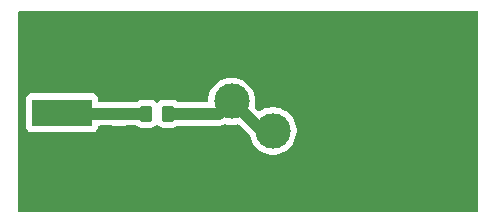
<source format=gbr>
%TF.GenerationSoftware,KiCad,Pcbnew,9.0.5*%
%TF.CreationDate,2025-10-20T01:08:57+02:00*%
%TF.ProjectId,T_umik-do-sondy-w-cz,5442756d-696b-42d6-946f-2d736f6e6479,rev?*%
%TF.SameCoordinates,Original*%
%TF.FileFunction,Copper,L1,Top*%
%TF.FilePolarity,Positive*%
%FSLAX46Y46*%
G04 Gerber Fmt 4.6, Leading zero omitted, Abs format (unit mm)*
G04 Created by KiCad (PCBNEW 9.0.5) date 2025-10-20 01:08:57*
%MOMM*%
%LPD*%
G01*
G04 APERTURE LIST*
G04 Aperture macros list*
%AMRoundRect*
0 Rectangle with rounded corners*
0 $1 Rounding radius*
0 $2 $3 $4 $5 $6 $7 $8 $9 X,Y pos of 4 corners*
0 Add a 4 corners polygon primitive as box body*
4,1,4,$2,$3,$4,$5,$6,$7,$8,$9,$2,$3,0*
0 Add four circle primitives for the rounded corners*
1,1,$1+$1,$2,$3*
1,1,$1+$1,$4,$5*
1,1,$1+$1,$6,$7*
1,1,$1+$1,$8,$9*
0 Add four rect primitives between the rounded corners*
20,1,$1+$1,$2,$3,$4,$5,0*
20,1,$1+$1,$4,$5,$6,$7,0*
20,1,$1+$1,$6,$7,$8,$9,0*
20,1,$1+$1,$8,$9,$2,$3,0*%
G04 Aperture macros list end*
%TA.AperFunction,SMDPad,CuDef*%
%ADD10RoundRect,0.250000X-0.450000X0.262500X-0.450000X-0.262500X0.450000X-0.262500X0.450000X0.262500X0*%
%TD*%
%TA.AperFunction,ComponentPad*%
%ADD11C,3.000000*%
%TD*%
%TA.AperFunction,SMDPad,CuDef*%
%ADD12R,5.080000X2.290000*%
%TD*%
%TA.AperFunction,SMDPad,CuDef*%
%ADD13R,5.080000X2.420000*%
%TD*%
%TA.AperFunction,SMDPad,CuDef*%
%ADD14R,0.950000X0.460000*%
%TD*%
%TA.AperFunction,ComponentPad*%
%ADD15C,1.000000*%
%TD*%
%TA.AperFunction,SMDPad,CuDef*%
%ADD16RoundRect,0.250000X-0.262500X-0.450000X0.262500X-0.450000X0.262500X0.450000X-0.262500X0.450000X0*%
%TD*%
%TA.AperFunction,ViaPad*%
%ADD17C,1.000000*%
%TD*%
%TA.AperFunction,Conductor*%
%ADD18C,1.000000*%
%TD*%
G04 APERTURE END LIST*
D10*
%TO.P,R3,1*%
%TO.N,Net-(L1-Pad1)*%
X115200000Y-70787500D03*
%TO.P,R3,2*%
%TO.N,GND*%
X115200000Y-72612500D03*
%TD*%
D11*
%TO.P,L2,1*%
%TO.N,GND*%
X128100000Y-73200000D03*
%TO.P,L2,2*%
X133100000Y-68200000D03*
%TD*%
%TO.P,L1,2*%
%TO.N,Net-(L1-Pad1)*%
X118410000Y-69750000D03*
%TO.P,L1,1*%
X121910000Y-72250000D03*
%TD*%
D12*
%TO.P,J1,1,In*%
%TO.N,Net-(J1-In)*%
X104060000Y-70720000D03*
D13*
%TO.P,J1,2,Ext*%
%TO.N,GND*%
X104060000Y-66340000D03*
X104060000Y-75100000D03*
D14*
X107050000Y-66340000D03*
X107050000Y-75100000D03*
D15*
X107500000Y-66340000D03*
X107500000Y-75100000D03*
%TD*%
D16*
%TO.P,R2,1*%
%TO.N,Net-(J1-In)*%
X111187500Y-70800000D03*
%TO.P,R2,2*%
%TO.N,Net-(L1-Pad1)*%
X113012500Y-70800000D03*
%TD*%
D10*
%TO.P,R1,1*%
%TO.N,Net-(J1-In)*%
X108900000Y-70787500D03*
%TO.P,R1,2*%
%TO.N,GND*%
X108900000Y-72612500D03*
%TD*%
D17*
%TO.N,GND*%
X108900000Y-73800000D03*
X115200000Y-74000000D03*
X100890000Y-66360000D03*
X100910000Y-75070000D03*
%TD*%
D18*
%TO.N,Net-(J1-In)*%
X111175000Y-70787500D02*
X111187500Y-70800000D01*
X108900000Y-70787500D02*
X111175000Y-70787500D01*
X104127500Y-70787500D02*
X108900000Y-70787500D01*
X104060000Y-70720000D02*
X104127500Y-70787500D01*
%TO.N,Net-(L1-Pad1)*%
X117360000Y-70800000D02*
X118410000Y-69750000D01*
X113012500Y-70800000D02*
X117360000Y-70800000D01*
X120950000Y-72250000D02*
X121910000Y-72250000D01*
X118450000Y-69750000D02*
X120950000Y-72250000D01*
X118410000Y-69750000D02*
X118450000Y-69750000D01*
%TD*%
%TA.AperFunction,Conductor*%
%TO.N,GND*%
G36*
X139242539Y-62120185D02*
G01*
X139288294Y-62172989D01*
X139299500Y-62224500D01*
X139299500Y-78975500D01*
X139279815Y-79042539D01*
X139227011Y-79088294D01*
X139175500Y-79099500D01*
X100424500Y-79099500D01*
X100357461Y-79079815D01*
X100311706Y-79027011D01*
X100300500Y-78975500D01*
X100300500Y-69527135D01*
X101019500Y-69527135D01*
X101019500Y-71912870D01*
X101019501Y-71912876D01*
X101025908Y-71972483D01*
X101076202Y-72107328D01*
X101076206Y-72107335D01*
X101162452Y-72222544D01*
X101162455Y-72222547D01*
X101277664Y-72308793D01*
X101277671Y-72308797D01*
X101412517Y-72359091D01*
X101412516Y-72359091D01*
X101419444Y-72359835D01*
X101472127Y-72365500D01*
X106647872Y-72365499D01*
X106707483Y-72359091D01*
X106842331Y-72308796D01*
X106957546Y-72222546D01*
X107043796Y-72107331D01*
X107094091Y-71972483D01*
X107100500Y-71912873D01*
X107100500Y-71912000D01*
X107100556Y-71911806D01*
X107100678Y-71909548D01*
X107101211Y-71909576D01*
X107120185Y-71844961D01*
X107172989Y-71799206D01*
X107224500Y-71788000D01*
X108274741Y-71788000D01*
X108290433Y-71789660D01*
X108290469Y-71789311D01*
X108297202Y-71789998D01*
X108297203Y-71789999D01*
X108399991Y-71800500D01*
X109400008Y-71800499D01*
X109400016Y-71800498D01*
X109400019Y-71800498D01*
X109509532Y-71789311D01*
X109509567Y-71789660D01*
X109525258Y-71788000D01*
X110350270Y-71788000D01*
X110417309Y-71807685D01*
X110437951Y-71824319D01*
X110456344Y-71842712D01*
X110605666Y-71934814D01*
X110772203Y-71989999D01*
X110874991Y-72000500D01*
X111500008Y-72000499D01*
X111500016Y-72000498D01*
X111500019Y-72000498D01*
X111556302Y-71994748D01*
X111602797Y-71989999D01*
X111769334Y-71934814D01*
X111918656Y-71842712D01*
X112012319Y-71749049D01*
X112073642Y-71715564D01*
X112143334Y-71720548D01*
X112187681Y-71749049D01*
X112281344Y-71842712D01*
X112430666Y-71934814D01*
X112597203Y-71989999D01*
X112699991Y-72000500D01*
X113325008Y-72000499D01*
X113325016Y-72000498D01*
X113325019Y-72000498D01*
X113381302Y-71994748D01*
X113427797Y-71989999D01*
X113594334Y-71934814D01*
X113743656Y-71842712D01*
X113749549Y-71836819D01*
X113810872Y-71803334D01*
X113837230Y-71800500D01*
X117458543Y-71800500D01*
X117488764Y-71794488D01*
X117581277Y-71776086D01*
X117651836Y-71762051D01*
X117717591Y-71734814D01*
X117824238Y-71690639D01*
X117893705Y-71683172D01*
X117903756Y-71685421D01*
X118018884Y-71716270D01*
X118278880Y-71750500D01*
X118278887Y-71750500D01*
X118541113Y-71750500D01*
X118541120Y-71750500D01*
X118801116Y-71716270D01*
X118889884Y-71692484D01*
X118959733Y-71694147D01*
X119009658Y-71724578D01*
X119926652Y-72641572D01*
X119958746Y-72697159D01*
X120011602Y-72894419D01*
X120111951Y-73136685D01*
X120111958Y-73136700D01*
X120243075Y-73363803D01*
X120402718Y-73571851D01*
X120402726Y-73571860D01*
X120588140Y-73757274D01*
X120588148Y-73757281D01*
X120796196Y-73916924D01*
X121023299Y-74048041D01*
X121023309Y-74048046D01*
X121265571Y-74148394D01*
X121265581Y-74148398D01*
X121518884Y-74216270D01*
X121778880Y-74250500D01*
X121778887Y-74250500D01*
X122041113Y-74250500D01*
X122041120Y-74250500D01*
X122301116Y-74216270D01*
X122554419Y-74148398D01*
X122796697Y-74048043D01*
X123023803Y-73916924D01*
X123231851Y-73757282D01*
X123231855Y-73757277D01*
X123231860Y-73757274D01*
X123417274Y-73571860D01*
X123417277Y-73571855D01*
X123417282Y-73571851D01*
X123576924Y-73363803D01*
X123708043Y-73136697D01*
X123808398Y-72894419D01*
X123876270Y-72641116D01*
X123910500Y-72381120D01*
X123910500Y-72118880D01*
X123876270Y-71858884D01*
X123808398Y-71605581D01*
X123808394Y-71605571D01*
X123708046Y-71363309D01*
X123708041Y-71363299D01*
X123576924Y-71136196D01*
X123417281Y-70928148D01*
X123417274Y-70928140D01*
X123231860Y-70742726D01*
X123231851Y-70742718D01*
X123023803Y-70583075D01*
X122796700Y-70451958D01*
X122796690Y-70451953D01*
X122554428Y-70351605D01*
X122554421Y-70351603D01*
X122554419Y-70351602D01*
X122301116Y-70283730D01*
X122243339Y-70276123D01*
X122041127Y-70249500D01*
X122041120Y-70249500D01*
X121778880Y-70249500D01*
X121778872Y-70249500D01*
X121547772Y-70279926D01*
X121518884Y-70283730D01*
X121265581Y-70351602D01*
X121265571Y-70351605D01*
X121023309Y-70451953D01*
X121023304Y-70451956D01*
X120816339Y-70571446D01*
X120748439Y-70587918D01*
X120682412Y-70565065D01*
X120666659Y-70551739D01*
X120401484Y-70286564D01*
X120367999Y-70225241D01*
X120369391Y-70166788D01*
X120376269Y-70141118D01*
X120376270Y-70141116D01*
X120410500Y-69881120D01*
X120410500Y-69618880D01*
X120376270Y-69358884D01*
X120308398Y-69105581D01*
X120295524Y-69074500D01*
X120208046Y-68863309D01*
X120208041Y-68863299D01*
X120076924Y-68636196D01*
X119917281Y-68428148D01*
X119917274Y-68428140D01*
X119731860Y-68242726D01*
X119731851Y-68242718D01*
X119523803Y-68083075D01*
X119296700Y-67951958D01*
X119296690Y-67951953D01*
X119054428Y-67851605D01*
X119054421Y-67851603D01*
X119054419Y-67851602D01*
X118801116Y-67783730D01*
X118743339Y-67776123D01*
X118541127Y-67749500D01*
X118541120Y-67749500D01*
X118278880Y-67749500D01*
X118278872Y-67749500D01*
X118047772Y-67779926D01*
X118018884Y-67783730D01*
X117765581Y-67851602D01*
X117765571Y-67851605D01*
X117523309Y-67951953D01*
X117523299Y-67951958D01*
X117296196Y-68083075D01*
X117088148Y-68242718D01*
X116902718Y-68428148D01*
X116743075Y-68636196D01*
X116611958Y-68863299D01*
X116611953Y-68863309D01*
X116511605Y-69105571D01*
X116511602Y-69105581D01*
X116481627Y-69217452D01*
X116443730Y-69358885D01*
X116409500Y-69618872D01*
X116409500Y-69675500D01*
X116389815Y-69742539D01*
X116337011Y-69788294D01*
X116285500Y-69799500D01*
X115866562Y-69799500D01*
X115827559Y-69793206D01*
X115802799Y-69785001D01*
X115802795Y-69785000D01*
X115700010Y-69774500D01*
X114699998Y-69774500D01*
X114699980Y-69774501D01*
X114597203Y-69785000D01*
X114578617Y-69791159D01*
X114572441Y-69793206D01*
X114533438Y-69799500D01*
X113837230Y-69799500D01*
X113770191Y-69779815D01*
X113749549Y-69763181D01*
X113743657Y-69757289D01*
X113743656Y-69757288D01*
X113594334Y-69665186D01*
X113427797Y-69610001D01*
X113427795Y-69610000D01*
X113325010Y-69599500D01*
X112699998Y-69599500D01*
X112699980Y-69599501D01*
X112597203Y-69610000D01*
X112597200Y-69610001D01*
X112430668Y-69665185D01*
X112430663Y-69665187D01*
X112281342Y-69757289D01*
X112187681Y-69850951D01*
X112126358Y-69884436D01*
X112056666Y-69879452D01*
X112012319Y-69850951D01*
X111918657Y-69757289D01*
X111918656Y-69757288D01*
X111769334Y-69665186D01*
X111602797Y-69610001D01*
X111602795Y-69610000D01*
X111500010Y-69599500D01*
X110874998Y-69599500D01*
X110874980Y-69599501D01*
X110772203Y-69610000D01*
X110772200Y-69610001D01*
X110605668Y-69665185D01*
X110605663Y-69665187D01*
X110456341Y-69757290D01*
X110452578Y-69760266D01*
X110387783Y-69786407D01*
X110375667Y-69787000D01*
X109525259Y-69787000D01*
X109509566Y-69785339D01*
X109509531Y-69785689D01*
X109400010Y-69774500D01*
X108399998Y-69774500D01*
X108399980Y-69774501D01*
X108290468Y-69785689D01*
X108290432Y-69785339D01*
X108274742Y-69787000D01*
X107224499Y-69787000D01*
X107157460Y-69767315D01*
X107111705Y-69714511D01*
X107100499Y-69663000D01*
X107100499Y-69527129D01*
X107100498Y-69527123D01*
X107100497Y-69527116D01*
X107094091Y-69467517D01*
X107043796Y-69332669D01*
X107043795Y-69332668D01*
X107043793Y-69332664D01*
X106957547Y-69217455D01*
X106957544Y-69217452D01*
X106842335Y-69131206D01*
X106842328Y-69131202D01*
X106707482Y-69080908D01*
X106707483Y-69080908D01*
X106647883Y-69074501D01*
X106647881Y-69074500D01*
X106647873Y-69074500D01*
X106647864Y-69074500D01*
X101472129Y-69074500D01*
X101472123Y-69074501D01*
X101412516Y-69080908D01*
X101277671Y-69131202D01*
X101277664Y-69131206D01*
X101162455Y-69217452D01*
X101162452Y-69217455D01*
X101076206Y-69332664D01*
X101076202Y-69332671D01*
X101025908Y-69467517D01*
X101019501Y-69527116D01*
X101019501Y-69527123D01*
X101019500Y-69527135D01*
X100300500Y-69527135D01*
X100300500Y-62224500D01*
X100320185Y-62157461D01*
X100372989Y-62111706D01*
X100424500Y-62100500D01*
X139175500Y-62100500D01*
X139242539Y-62120185D01*
G37*
%TD.AperFunction*%
%TD*%
M02*

</source>
